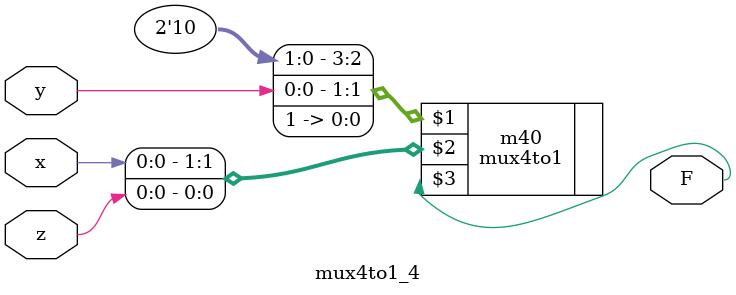
<source format=v>
module mux4to1_4(x,y,z,F);
input x,y,z;
output F;

mux4to1 m40({1'b1,1'b0,y,1'b1},{x,z},F);

endmodule
</source>
